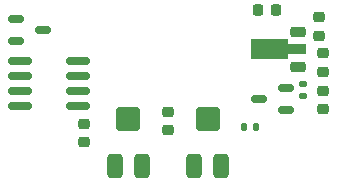
<source format=gbr>
%TF.GenerationSoftware,KiCad,Pcbnew,8.0.4*%
%TF.CreationDate,2024-09-07T16:18:19-07:00*%
%TF.ProjectId,upiez,75706965-7a2e-46b6-9963-61645f706362,rev?*%
%TF.SameCoordinates,Original*%
%TF.FileFunction,Paste,Top*%
%TF.FilePolarity,Positive*%
%FSLAX46Y46*%
G04 Gerber Fmt 4.6, Leading zero omitted, Abs format (unit mm)*
G04 Created by KiCad (PCBNEW 8.0.4) date 2024-09-07 16:18:19*
%MOMM*%
%LPD*%
G01*
G04 APERTURE LIST*
G04 Aperture macros list*
%AMRoundRect*
0 Rectangle with rounded corners*
0 $1 Rounding radius*
0 $2 $3 $4 $5 $6 $7 $8 $9 X,Y pos of 4 corners*
0 Add a 4 corners polygon primitive as box body*
4,1,4,$2,$3,$4,$5,$6,$7,$8,$9,$2,$3,0*
0 Add four circle primitives for the rounded corners*
1,1,$1+$1,$2,$3*
1,1,$1+$1,$4,$5*
1,1,$1+$1,$6,$7*
1,1,$1+$1,$8,$9*
0 Add four rect primitives between the rounded corners*
20,1,$1+$1,$2,$3,$4,$5,0*
20,1,$1+$1,$4,$5,$6,$7,0*
20,1,$1+$1,$6,$7,$8,$9,0*
20,1,$1+$1,$8,$9,$2,$3,0*%
%AMFreePoly0*
4,1,9,3.862500,-0.866500,0.737500,-0.866500,0.737500,-0.450000,-0.737500,-0.450000,-0.737500,0.450000,0.737500,0.450000,0.737500,0.866500,3.862500,0.866500,3.862500,-0.866500,3.862500,-0.866500,$1*%
G04 Aperture macros list end*
%ADD10RoundRect,0.225000X-0.250000X0.225000X-0.250000X-0.225000X0.250000X-0.225000X0.250000X0.225000X0*%
%ADD11RoundRect,0.250000X0.400000X0.750000X-0.400000X0.750000X-0.400000X-0.750000X0.400000X-0.750000X0*%
%ADD12RoundRect,0.250000X0.750000X0.750000X-0.750000X0.750000X-0.750000X-0.750000X0.750000X-0.750000X0*%
%ADD13RoundRect,0.150000X-0.825000X-0.150000X0.825000X-0.150000X0.825000X0.150000X-0.825000X0.150000X0*%
%ADD14RoundRect,0.218750X-0.256250X0.218750X-0.256250X-0.218750X0.256250X-0.218750X0.256250X0.218750X0*%
%ADD15RoundRect,0.225000X0.250000X-0.225000X0.250000X0.225000X-0.250000X0.225000X-0.250000X-0.225000X0*%
%ADD16RoundRect,0.218750X0.256250X-0.218750X0.256250X0.218750X-0.256250X0.218750X-0.256250X-0.218750X0*%
%ADD17RoundRect,0.135000X0.185000X-0.135000X0.185000X0.135000X-0.185000X0.135000X-0.185000X-0.135000X0*%
%ADD18RoundRect,0.150000X-0.512500X-0.150000X0.512500X-0.150000X0.512500X0.150000X-0.512500X0.150000X0*%
%ADD19RoundRect,0.225000X0.425000X0.225000X-0.425000X0.225000X-0.425000X-0.225000X0.425000X-0.225000X0*%
%ADD20FreePoly0,180.000000*%
%ADD21RoundRect,0.225000X-0.225000X-0.250000X0.225000X-0.250000X0.225000X0.250000X-0.225000X0.250000X0*%
%ADD22RoundRect,0.150000X0.512500X0.150000X-0.512500X0.150000X-0.512500X-0.150000X0.512500X-0.150000X0*%
%ADD23RoundRect,0.135000X-0.135000X-0.185000X0.135000X-0.185000X0.135000X0.185000X-0.135000X0.185000X0*%
G04 APERTURE END LIST*
D10*
%TO.C,C3*%
X39446200Y-39661800D03*
X39446200Y-41211800D03*
%TD*%
D11*
%TO.C,VR2*%
X43949000Y-44214800D03*
D12*
X42799000Y-40214800D03*
D11*
X41649000Y-44214800D03*
%TD*%
D13*
%TO.C,U1*%
X26887400Y-35306000D03*
X26887400Y-36576000D03*
X26887400Y-37846000D03*
X26887400Y-39116000D03*
X31837400Y-39116000D03*
X31837400Y-37846000D03*
X31837400Y-36576000D03*
X31837400Y-35306000D03*
%TD*%
D14*
%TO.C,D2*%
X52578000Y-37835700D03*
X52578000Y-39410700D03*
%TD*%
D15*
%TO.C,C2*%
X52171600Y-33185400D03*
X52171600Y-31635400D03*
%TD*%
D16*
%TO.C,D1*%
X52578000Y-36235700D03*
X52578000Y-34660700D03*
%TD*%
D17*
%TO.C,R2*%
X50876200Y-38320400D03*
X50876200Y-37300400D03*
%TD*%
D10*
%TO.C,C4*%
X32334200Y-40677800D03*
X32334200Y-42227800D03*
%TD*%
D18*
%TO.C,Q1*%
X26599300Y-31750000D03*
X26599300Y-33650000D03*
X28874300Y-32700000D03*
%TD*%
D19*
%TO.C,U2*%
X50468800Y-35843900D03*
D20*
X50381300Y-34343900D03*
D19*
X50468800Y-32843900D03*
%TD*%
D21*
%TO.C,C1*%
X47027800Y-31038800D03*
X48577800Y-31038800D03*
%TD*%
D11*
%TO.C,VR1*%
X37218000Y-44214800D03*
D12*
X36068000Y-40214800D03*
D11*
X34918000Y-44214800D03*
%TD*%
D22*
%TO.C,Q2*%
X49448300Y-39522400D03*
X49448300Y-37622400D03*
X47173300Y-38572400D03*
%TD*%
D23*
%TO.C,R1*%
X45895800Y-40919400D03*
X46915800Y-40919400D03*
%TD*%
M02*

</source>
